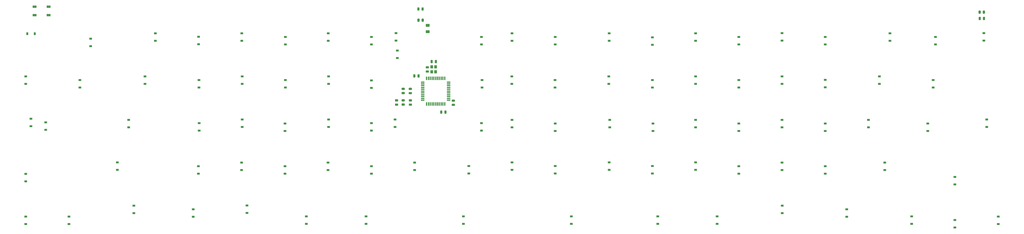
<source format=gbr>
%TF.GenerationSoftware,KiCad,Pcbnew,(5.1.6)-1*%
%TF.CreationDate,2020-07-09T10:41:52-04:00*%
%TF.ProjectId,railroad-keyboard-pcb-only,7261696c-726f-4616-942d-6b6579626f61,rev?*%
%TF.SameCoordinates,Original*%
%TF.FileFunction,Paste,Bot*%
%TF.FilePolarity,Positive*%
%FSLAX46Y46*%
G04 Gerber Fmt 4.6, Leading zero omitted, Abs format (unit mm)*
G04 Created by KiCad (PCBNEW (5.1.6)-1) date 2020-07-09 10:41:52*
%MOMM*%
%LPD*%
G01*
G04 APERTURE LIST*
%ADD10R,1.200000X0.900000*%
%ADD11R,1.800000X1.100000*%
%ADD12R,1.200000X1.400000*%
%ADD13R,0.550000X1.500000*%
%ADD14R,1.500000X0.550000*%
%ADD15R,0.900000X1.200000*%
G04 APERTURE END LIST*
D10*
%TO.C,D500*%
X20859750Y-290069000D03*
X20859750Y-293369000D03*
%TD*%
%TO.C,R8*%
G36*
G01*
X433128000Y-243637750D02*
X433128000Y-244550250D01*
G75*
G02*
X432884250Y-244794000I-243750J0D01*
G01*
X432396750Y-244794000D01*
G75*
G02*
X432153000Y-244550250I0J243750D01*
G01*
X432153000Y-243637750D01*
G75*
G02*
X432396750Y-243394000I243750J0D01*
G01*
X432884250Y-243394000D01*
G75*
G02*
X433128000Y-243637750I0J-243750D01*
G01*
G37*
G36*
G01*
X435003000Y-243637750D02*
X435003000Y-244550250D01*
G75*
G02*
X434759250Y-244794000I-243750J0D01*
G01*
X434271750Y-244794000D01*
G75*
G02*
X434028000Y-244550250I0J243750D01*
G01*
X434028000Y-243637750D01*
G75*
G02*
X434271750Y-243394000I243750J0D01*
G01*
X434759250Y-243394000D01*
G75*
G02*
X435003000Y-243637750I0J-243750D01*
G01*
G37*
%TD*%
%TO.C,R7*%
G36*
G01*
X433079500Y-240843750D02*
X433079500Y-241756250D01*
G75*
G02*
X432835750Y-242000000I-243750J0D01*
G01*
X432348250Y-242000000D01*
G75*
G02*
X432104500Y-241756250I0J243750D01*
G01*
X432104500Y-240843750D01*
G75*
G02*
X432348250Y-240600000I243750J0D01*
G01*
X432835750Y-240600000D01*
G75*
G02*
X433079500Y-240843750I0J-243750D01*
G01*
G37*
G36*
G01*
X434954500Y-240843750D02*
X434954500Y-241756250D01*
G75*
G02*
X434710750Y-242000000I-243750J0D01*
G01*
X434223250Y-242000000D01*
G75*
G02*
X433979500Y-241756250I0J243750D01*
G01*
X433979500Y-240843750D01*
G75*
G02*
X434223250Y-240600000I243750J0D01*
G01*
X434710750Y-240600000D01*
G75*
G02*
X434954500Y-240843750I0J-243750D01*
G01*
G37*
%TD*%
%TO.C,R6*%
G36*
G01*
X195718250Y-285039750D02*
X195718250Y-285952250D01*
G75*
G02*
X195474500Y-286196000I-243750J0D01*
G01*
X194987000Y-286196000D01*
G75*
G02*
X194743250Y-285952250I0J243750D01*
G01*
X194743250Y-285039750D01*
G75*
G02*
X194987000Y-284796000I243750J0D01*
G01*
X195474500Y-284796000D01*
G75*
G02*
X195718250Y-285039750I0J-243750D01*
G01*
G37*
G36*
G01*
X197593250Y-285039750D02*
X197593250Y-285952250D01*
G75*
G02*
X197349500Y-286196000I-243750J0D01*
G01*
X196862000Y-286196000D01*
G75*
G02*
X196618250Y-285952250I0J243750D01*
G01*
X196618250Y-285039750D01*
G75*
G02*
X196862000Y-284796000I243750J0D01*
G01*
X197349500Y-284796000D01*
G75*
G02*
X197593250Y-285039750I0J-243750D01*
G01*
G37*
%TD*%
%TO.C,R5*%
G36*
G01*
X185685250Y-244399750D02*
X185685250Y-245312250D01*
G75*
G02*
X185441500Y-245556000I-243750J0D01*
G01*
X184954000Y-245556000D01*
G75*
G02*
X184710250Y-245312250I0J243750D01*
G01*
X184710250Y-244399750D01*
G75*
G02*
X184954000Y-244156000I243750J0D01*
G01*
X185441500Y-244156000D01*
G75*
G02*
X185685250Y-244399750I0J-243750D01*
G01*
G37*
G36*
G01*
X187560250Y-244399750D02*
X187560250Y-245312250D01*
G75*
G02*
X187316500Y-245556000I-243750J0D01*
G01*
X186829000Y-245556000D01*
G75*
G02*
X186585250Y-245312250I0J243750D01*
G01*
X186585250Y-244399750D01*
G75*
G02*
X186829000Y-244156000I243750J0D01*
G01*
X187316500Y-244156000D01*
G75*
G02*
X187560250Y-244399750I0J-243750D01*
G01*
G37*
%TD*%
%TO.C,C8*%
G36*
G01*
X186536750Y-240359250D02*
X186536750Y-239446750D01*
G75*
G02*
X186780500Y-239203000I243750J0D01*
G01*
X187268000Y-239203000D01*
G75*
G02*
X187511750Y-239446750I0J-243750D01*
G01*
X187511750Y-240359250D01*
G75*
G02*
X187268000Y-240603000I-243750J0D01*
G01*
X186780500Y-240603000D01*
G75*
G02*
X186536750Y-240359250I0J243750D01*
G01*
G37*
G36*
G01*
X184661750Y-240359250D02*
X184661750Y-239446750D01*
G75*
G02*
X184905500Y-239203000I243750J0D01*
G01*
X185393000Y-239203000D01*
G75*
G02*
X185636750Y-239446750I0J-243750D01*
G01*
X185636750Y-240359250D01*
G75*
G02*
X185393000Y-240603000I-243750J0D01*
G01*
X184905500Y-240603000D01*
G75*
G02*
X184661750Y-240359250I0J243750D01*
G01*
G37*
%TD*%
%TO.C,C7*%
G36*
G01*
X176002000Y-280806500D02*
X175089500Y-280806500D01*
G75*
G02*
X174845750Y-280562750I0J243750D01*
G01*
X174845750Y-280075250D01*
G75*
G02*
X175089500Y-279831500I243750J0D01*
G01*
X176002000Y-279831500D01*
G75*
G02*
X176245750Y-280075250I0J-243750D01*
G01*
X176245750Y-280562750D01*
G75*
G02*
X176002000Y-280806500I-243750J0D01*
G01*
G37*
G36*
G01*
X176002000Y-282681500D02*
X175089500Y-282681500D01*
G75*
G02*
X174845750Y-282437750I0J243750D01*
G01*
X174845750Y-281950250D01*
G75*
G02*
X175089500Y-281706500I243750J0D01*
G01*
X176002000Y-281706500D01*
G75*
G02*
X176245750Y-281950250I0J-243750D01*
G01*
X176245750Y-282437750D01*
G75*
G02*
X176002000Y-282681500I-243750J0D01*
G01*
G37*
%TD*%
%TO.C,C6*%
G36*
G01*
X178010500Y-276596500D02*
X178923000Y-276596500D01*
G75*
G02*
X179166750Y-276840250I0J-243750D01*
G01*
X179166750Y-277327750D01*
G75*
G02*
X178923000Y-277571500I-243750J0D01*
G01*
X178010500Y-277571500D01*
G75*
G02*
X177766750Y-277327750I0J243750D01*
G01*
X177766750Y-276840250D01*
G75*
G02*
X178010500Y-276596500I243750J0D01*
G01*
G37*
G36*
G01*
X178010500Y-274721500D02*
X178923000Y-274721500D01*
G75*
G02*
X179166750Y-274965250I0J-243750D01*
G01*
X179166750Y-275452750D01*
G75*
G02*
X178923000Y-275696500I-243750J0D01*
G01*
X178010500Y-275696500D01*
G75*
G02*
X177766750Y-275452750I0J243750D01*
G01*
X177766750Y-274965250D01*
G75*
G02*
X178010500Y-274721500I243750J0D01*
G01*
G37*
%TD*%
%TO.C,C5*%
G36*
G01*
X182098000Y-280806500D02*
X181185500Y-280806500D01*
G75*
G02*
X180941750Y-280562750I0J243750D01*
G01*
X180941750Y-280075250D01*
G75*
G02*
X181185500Y-279831500I243750J0D01*
G01*
X182098000Y-279831500D01*
G75*
G02*
X182341750Y-280075250I0J-243750D01*
G01*
X182341750Y-280562750D01*
G75*
G02*
X182098000Y-280806500I-243750J0D01*
G01*
G37*
G36*
G01*
X182098000Y-282681500D02*
X181185500Y-282681500D01*
G75*
G02*
X180941750Y-282437750I0J243750D01*
G01*
X180941750Y-281950250D01*
G75*
G02*
X181185500Y-281706500I243750J0D01*
G01*
X182098000Y-281706500D01*
G75*
G02*
X182341750Y-281950250I0J-243750D01*
G01*
X182341750Y-282437750D01*
G75*
G02*
X182098000Y-282681500I-243750J0D01*
G01*
G37*
%TD*%
%TO.C,C4*%
G36*
G01*
X178923000Y-280776500D02*
X178010500Y-280776500D01*
G75*
G02*
X177766750Y-280532750I0J243750D01*
G01*
X177766750Y-280045250D01*
G75*
G02*
X178010500Y-279801500I243750J0D01*
G01*
X178923000Y-279801500D01*
G75*
G02*
X179166750Y-280045250I0J-243750D01*
G01*
X179166750Y-280532750D01*
G75*
G02*
X178923000Y-280776500I-243750J0D01*
G01*
G37*
G36*
G01*
X178923000Y-282651500D02*
X178010500Y-282651500D01*
G75*
G02*
X177766750Y-282407750I0J243750D01*
G01*
X177766750Y-281920250D01*
G75*
G02*
X178010500Y-281676500I243750J0D01*
G01*
X178923000Y-281676500D01*
G75*
G02*
X179166750Y-281920250I0J-243750D01*
G01*
X179166750Y-282407750D01*
G75*
G02*
X178923000Y-282651500I-243750J0D01*
G01*
G37*
%TD*%
%TO.C,C3*%
G36*
G01*
X181153750Y-276626500D02*
X182066250Y-276626500D01*
G75*
G02*
X182310000Y-276870250I0J-243750D01*
G01*
X182310000Y-277357750D01*
G75*
G02*
X182066250Y-277601500I-243750J0D01*
G01*
X181153750Y-277601500D01*
G75*
G02*
X180910000Y-277357750I0J243750D01*
G01*
X180910000Y-276870250D01*
G75*
G02*
X181153750Y-276626500I243750J0D01*
G01*
G37*
G36*
G01*
X181153750Y-274751500D02*
X182066250Y-274751500D01*
G75*
G02*
X182310000Y-274995250I0J-243750D01*
G01*
X182310000Y-275482750D01*
G75*
G02*
X182066250Y-275726500I-243750J0D01*
G01*
X181153750Y-275726500D01*
G75*
G02*
X180910000Y-275482750I0J243750D01*
G01*
X180910000Y-274995250D01*
G75*
G02*
X181153750Y-274751500I243750J0D01*
G01*
G37*
%TD*%
%TO.C,C2*%
G36*
G01*
X189559250Y-266171500D02*
X188646750Y-266171500D01*
G75*
G02*
X188403000Y-265927750I0J243750D01*
G01*
X188403000Y-265440250D01*
G75*
G02*
X188646750Y-265196500I243750J0D01*
G01*
X189559250Y-265196500D01*
G75*
G02*
X189803000Y-265440250I0J-243750D01*
G01*
X189803000Y-265927750D01*
G75*
G02*
X189559250Y-266171500I-243750J0D01*
G01*
G37*
G36*
G01*
X189559250Y-268046500D02*
X188646750Y-268046500D01*
G75*
G02*
X188403000Y-267802750I0J243750D01*
G01*
X188403000Y-267315250D01*
G75*
G02*
X188646750Y-267071500I243750J0D01*
G01*
X189559250Y-267071500D01*
G75*
G02*
X189803000Y-267315250I0J-243750D01*
G01*
X189803000Y-267802750D01*
G75*
G02*
X189559250Y-268046500I-243750J0D01*
G01*
G37*
%TD*%
%TO.C,C1*%
G36*
G01*
X191495500Y-262687750D02*
X191495500Y-263600250D01*
G75*
G02*
X191251750Y-263844000I-243750J0D01*
G01*
X190764250Y-263844000D01*
G75*
G02*
X190520500Y-263600250I0J243750D01*
G01*
X190520500Y-262687750D01*
G75*
G02*
X190764250Y-262444000I243750J0D01*
G01*
X191251750Y-262444000D01*
G75*
G02*
X191495500Y-262687750I0J-243750D01*
G01*
G37*
G36*
G01*
X193370500Y-262687750D02*
X193370500Y-263600250D01*
G75*
G02*
X193126750Y-263844000I-243750J0D01*
G01*
X192639250Y-263844000D01*
G75*
G02*
X192395500Y-263600250I0J243750D01*
G01*
X192395500Y-262687750D01*
G75*
G02*
X192639250Y-262444000I243750J0D01*
G01*
X193126750Y-262444000D01*
G75*
G02*
X193370500Y-262687750I0J-243750D01*
G01*
G37*
%TD*%
%TO.C,F1*%
G36*
G01*
X189886750Y-247767000D02*
X188636750Y-247767000D01*
G75*
G02*
X188386750Y-247517000I0J250000D01*
G01*
X188386750Y-246767000D01*
G75*
G02*
X188636750Y-246517000I250000J0D01*
G01*
X189886750Y-246517000D01*
G75*
G02*
X190136750Y-246767000I0J-250000D01*
G01*
X190136750Y-247517000D01*
G75*
G02*
X189886750Y-247767000I-250000J0D01*
G01*
G37*
G36*
G01*
X189886750Y-250567000D02*
X188636750Y-250567000D01*
G75*
G02*
X188386750Y-250317000I0J250000D01*
G01*
X188386750Y-249567000D01*
G75*
G02*
X188636750Y-249317000I250000J0D01*
G01*
X189886750Y-249317000D01*
G75*
G02*
X190136750Y-249567000I0J-250000D01*
G01*
X190136750Y-250317000D01*
G75*
G02*
X189886750Y-250567000I-250000J0D01*
G01*
G37*
%TD*%
D11*
%TO.C,SW1*%
X15950000Y-238942000D03*
X22150000Y-242642000D03*
X15950000Y-242642000D03*
X22150000Y-238942000D03*
%TD*%
D12*
%TO.C,Y1*%
X191047000Y-265473000D03*
X191047000Y-267673000D03*
X192747000Y-267673000D03*
X192747000Y-265473000D03*
%TD*%
D13*
%TO.C,U1*%
X188786000Y-281925000D03*
X189586000Y-281925000D03*
X190386000Y-281925000D03*
X191186000Y-281925000D03*
X191986000Y-281925000D03*
X192786000Y-281925000D03*
X193586000Y-281925000D03*
X194386000Y-281925000D03*
X195186000Y-281925000D03*
X195986000Y-281925000D03*
X196786000Y-281925000D03*
D14*
X198486000Y-280225000D03*
X198486000Y-279425000D03*
X198486000Y-278625000D03*
X198486000Y-277825000D03*
X198486000Y-277025000D03*
X198486000Y-276225000D03*
X198486000Y-275425000D03*
X198486000Y-274625000D03*
X198486000Y-273825000D03*
X198486000Y-273025000D03*
X198486000Y-272225000D03*
D13*
X196786000Y-270525000D03*
X195986000Y-270525000D03*
X195186000Y-270525000D03*
X194386000Y-270525000D03*
X193586000Y-270525000D03*
X192786000Y-270525000D03*
X191986000Y-270525000D03*
X191186000Y-270525000D03*
X190386000Y-270525000D03*
X189586000Y-270525000D03*
X188786000Y-270525000D03*
D14*
X187086000Y-272225000D03*
X187086000Y-273025000D03*
X187086000Y-273825000D03*
X187086000Y-274625000D03*
X187086000Y-275425000D03*
X187086000Y-276225000D03*
X187086000Y-277025000D03*
X187086000Y-277825000D03*
X187086000Y-278625000D03*
X187086000Y-279425000D03*
X187086000Y-280225000D03*
%TD*%
%TO.C,R4*%
G36*
G01*
X201021000Y-280903500D02*
X200108500Y-280903500D01*
G75*
G02*
X199864750Y-280659750I0J243750D01*
G01*
X199864750Y-280172250D01*
G75*
G02*
X200108500Y-279928500I243750J0D01*
G01*
X201021000Y-279928500D01*
G75*
G02*
X201264750Y-280172250I0J-243750D01*
G01*
X201264750Y-280659750D01*
G75*
G02*
X201021000Y-280903500I-243750J0D01*
G01*
G37*
G36*
G01*
X201021000Y-282778500D02*
X200108500Y-282778500D01*
G75*
G02*
X199864750Y-282534750I0J243750D01*
G01*
X199864750Y-282047250D01*
G75*
G02*
X200108500Y-281803500I243750J0D01*
G01*
X201021000Y-281803500D01*
G75*
G02*
X201264750Y-282047250I0J-243750D01*
G01*
X201264750Y-282534750D01*
G75*
G02*
X201021000Y-282778500I-243750J0D01*
G01*
G37*
%TD*%
%TO.C,R1*%
G36*
G01*
X184758750Y-269950250D02*
X184758750Y-269037750D01*
G75*
G02*
X185002500Y-268794000I243750J0D01*
G01*
X185490000Y-268794000D01*
G75*
G02*
X185733750Y-269037750I0J-243750D01*
G01*
X185733750Y-269950250D01*
G75*
G02*
X185490000Y-270194000I-243750J0D01*
G01*
X185002500Y-270194000D01*
G75*
G02*
X184758750Y-269950250I0J243750D01*
G01*
G37*
G36*
G01*
X182883750Y-269950250D02*
X182883750Y-269037750D01*
G75*
G02*
X183127500Y-268794000I243750J0D01*
G01*
X183615000Y-268794000D01*
G75*
G02*
X183858750Y-269037750I0J-243750D01*
G01*
X183858750Y-269950250D01*
G75*
G02*
X183615000Y-270194000I-243750J0D01*
G01*
X183127500Y-270194000D01*
G75*
G02*
X182883750Y-269950250I0J243750D01*
G01*
G37*
%TD*%
D10*
%TO.C,D909*%
X421640000Y-333185500D03*
X421640000Y-336485500D03*
%TD*%
%TO.C,D908*%
X374015000Y-328487500D03*
X374015000Y-331787500D03*
%TD*%
%TO.C,D907*%
X316865000Y-331598000D03*
X316865000Y-334898000D03*
%TD*%
%TO.C,D906*%
X290703000Y-331598000D03*
X290703000Y-334898000D03*
%TD*%
%TO.C,D905*%
X252603000Y-331598000D03*
X252603000Y-334898000D03*
%TD*%
%TO.C,D904*%
X204978000Y-331598000D03*
X204978000Y-334898000D03*
%TD*%
%TO.C,D903*%
X162083750Y-331598000D03*
X162083750Y-334898000D03*
%TD*%
%TO.C,D902*%
X135794750Y-331597000D03*
X135794750Y-334897000D03*
%TD*%
%TO.C,D901*%
X85852000Y-328487500D03*
X85852000Y-331787500D03*
%TD*%
%TO.C,D900*%
X31115000Y-331724000D03*
X31115000Y-335024000D03*
%TD*%
%TO.C,D810*%
X440817000Y-331725000D03*
X440817000Y-335025000D03*
%TD*%
%TO.C,D809*%
X402590000Y-331598000D03*
X402590000Y-334898000D03*
%TD*%
%TO.C,D808*%
X345567000Y-326899000D03*
X345567000Y-330199000D03*
%TD*%
%TO.C,D802*%
X109632750Y-326771000D03*
X109632750Y-330071000D03*
%TD*%
%TO.C,D801*%
X59690000Y-326899000D03*
X59690000Y-330199000D03*
%TD*%
%TO.C,D800*%
X12065000Y-331725000D03*
X12065000Y-335025000D03*
%TD*%
%TO.C,D709*%
X421640000Y-314136500D03*
X421640000Y-317436500D03*
%TD*%
%TO.C,D708*%
X364490000Y-309436500D03*
X364490000Y-312736500D03*
%TD*%
%TO.C,D707*%
X326390000Y-309436500D03*
X326390000Y-312736500D03*
%TD*%
%TO.C,D706*%
X288290000Y-309309500D03*
X288290000Y-312609500D03*
%TD*%
%TO.C,D705*%
X245491000Y-309309500D03*
X245491000Y-312609500D03*
%TD*%
%TO.C,D704*%
X207391000Y-309309500D03*
X207391000Y-312609500D03*
%TD*%
%TO.C,D703*%
X164496750Y-309436500D03*
X164496750Y-312736500D03*
%TD*%
%TO.C,D702*%
X126396750Y-309436500D03*
X126396750Y-312736500D03*
%TD*%
%TO.C,D701*%
X88138000Y-309436500D03*
X88138000Y-312736500D03*
%TD*%
%TO.C,D609*%
X390779000Y-307849000D03*
X390779000Y-311149000D03*
%TD*%
%TO.C,D608*%
X345440000Y-307849000D03*
X345440000Y-311149000D03*
%TD*%
%TO.C,D607*%
X307340000Y-307722000D03*
X307340000Y-311022000D03*
%TD*%
%TO.C,D606*%
X269240000Y-307722000D03*
X269240000Y-311022000D03*
%TD*%
%TO.C,D605*%
X226441000Y-307722000D03*
X226441000Y-311022000D03*
%TD*%
%TO.C,D604*%
X183515000Y-307850000D03*
X183515000Y-311150000D03*
%TD*%
%TO.C,D603*%
X145288000Y-307849000D03*
X145288000Y-311149000D03*
%TD*%
%TO.C,D602*%
X107219750Y-307849000D03*
X107219750Y-311149000D03*
%TD*%
%TO.C,D601*%
X52451000Y-307722000D03*
X52451000Y-311022000D03*
%TD*%
%TO.C,D600*%
X12065000Y-312803000D03*
X12065000Y-316103000D03*
%TD*%
%TO.C,D509*%
X409702000Y-290512500D03*
X409702000Y-293812500D03*
%TD*%
%TO.C,D508*%
X364490000Y-290513500D03*
X364490000Y-293813500D03*
%TD*%
%TO.C,D507*%
X326390000Y-290513500D03*
X326390000Y-293813500D03*
%TD*%
%TO.C,D506*%
X288544000Y-290513500D03*
X288544000Y-293813500D03*
%TD*%
%TO.C,D505*%
X245491000Y-290513500D03*
X245491000Y-293813500D03*
%TD*%
%TO.C,D504*%
X212979000Y-290387500D03*
X212979000Y-293687500D03*
%TD*%
%TO.C,D503*%
X164465000Y-290386500D03*
X164465000Y-293686500D03*
%TD*%
%TO.C,D502*%
X126396750Y-290513500D03*
X126396750Y-293813500D03*
%TD*%
%TO.C,D501*%
X88519000Y-290386500D03*
X88519000Y-293686500D03*
%TD*%
%TO.C,D410*%
X435768750Y-288798000D03*
X435768750Y-292098000D03*
%TD*%
%TO.C,D409*%
X383540000Y-288926000D03*
X383540000Y-292226000D03*
%TD*%
%TO.C,D408*%
X345440000Y-288926000D03*
X345440000Y-292226000D03*
%TD*%
%TO.C,D407*%
X307340000Y-288926000D03*
X307340000Y-292226000D03*
%TD*%
%TO.C,D406*%
X269494000Y-288926000D03*
X269494000Y-292226000D03*
%TD*%
%TO.C,D405*%
X226441000Y-288926000D03*
X226441000Y-292226000D03*
%TD*%
%TO.C,D404*%
X174879000Y-288800000D03*
X174879000Y-292100000D03*
%TD*%
%TO.C,D403*%
X145542000Y-288799000D03*
X145542000Y-292099000D03*
%TD*%
%TO.C,D402*%
X107442000Y-288799000D03*
X107442000Y-292099000D03*
%TD*%
%TO.C,D401*%
X57404000Y-288927000D03*
X57404000Y-292227000D03*
%TD*%
%TO.C,D400*%
X14351000Y-288418000D03*
X14351000Y-291718000D03*
%TD*%
%TO.C,D309*%
X412115000Y-271336500D03*
X412115000Y-274636500D03*
%TD*%
%TO.C,D308*%
X364490000Y-271209500D03*
X364490000Y-274509500D03*
%TD*%
%TO.C,D307*%
X326390000Y-271336500D03*
X326390000Y-274636500D03*
%TD*%
%TO.C,D306*%
X288290000Y-271336500D03*
X288290000Y-274636500D03*
%TD*%
%TO.C,D305*%
X245364000Y-271336500D03*
X245364000Y-274636500D03*
%TD*%
%TO.C,D304*%
X213233000Y-271337500D03*
X213233000Y-274637500D03*
%TD*%
%TO.C,D303*%
X164465000Y-271464500D03*
X164465000Y-274764500D03*
%TD*%
%TO.C,D302*%
X126492000Y-271336500D03*
X126492000Y-274636500D03*
%TD*%
%TO.C,D301*%
X88392000Y-271336500D03*
X88392000Y-274636500D03*
%TD*%
%TO.C,D300*%
X35941000Y-271336500D03*
X35941000Y-274636500D03*
%TD*%
%TO.C,D209*%
X388366000Y-269749000D03*
X388366000Y-273049000D03*
%TD*%
%TO.C,D208*%
X345440000Y-269749000D03*
X345440000Y-273049000D03*
%TD*%
%TO.C,D207*%
X307340000Y-269749000D03*
X307340000Y-273049000D03*
%TD*%
%TO.C,D206*%
X269113000Y-269749000D03*
X269113000Y-273049000D03*
%TD*%
%TO.C,D205*%
X226314000Y-269749000D03*
X226314000Y-273049000D03*
%TD*%
%TO.C,D204*%
X175897000Y-261620000D03*
X175897000Y-258320000D03*
%TD*%
%TO.C,D203*%
X145542000Y-269749000D03*
X145542000Y-273049000D03*
%TD*%
%TO.C,D202*%
X107442000Y-269749000D03*
X107442000Y-273049000D03*
%TD*%
%TO.C,D201*%
X64643000Y-269749000D03*
X64643000Y-273049000D03*
%TD*%
%TO.C,D200*%
X12065000Y-269749000D03*
X12065000Y-273049000D03*
%TD*%
%TO.C,D109*%
X413131000Y-252285500D03*
X413131000Y-255585500D03*
%TD*%
%TO.C,D108*%
X364490000Y-252287500D03*
X364490000Y-255587500D03*
%TD*%
%TO.C,D107*%
X326390000Y-252285500D03*
X326390000Y-255585500D03*
%TD*%
%TO.C,D106*%
X288290000Y-252412500D03*
X288290000Y-255712500D03*
%TD*%
%TO.C,D105*%
X245491000Y-252285500D03*
X245491000Y-255585500D03*
%TD*%
%TO.C,D104*%
X212979000Y-252286500D03*
X212979000Y-255586500D03*
%TD*%
%TO.C,D103*%
X164465000Y-252287500D03*
X164465000Y-255587500D03*
%TD*%
%TO.C,D102*%
X126492000Y-252286500D03*
X126492000Y-255586500D03*
%TD*%
%TO.C,D101*%
X88265000Y-252159500D03*
X88265000Y-255459500D03*
%TD*%
%TO.C,D100*%
X40640000Y-253081250D03*
X40640000Y-256381250D03*
%TD*%
%TO.C,D10*%
X434467000Y-250572000D03*
X434467000Y-253872000D03*
%TD*%
%TO.C,D9*%
X393065000Y-250698000D03*
X393065000Y-253998000D03*
%TD*%
%TO.C,D8*%
X345440000Y-250571000D03*
X345440000Y-253871000D03*
%TD*%
%TO.C,D7*%
X307340000Y-250698000D03*
X307340000Y-253998000D03*
%TD*%
%TO.C,D6*%
X269240000Y-250699000D03*
X269240000Y-253999000D03*
%TD*%
%TO.C,D5*%
X226441000Y-250698000D03*
X226441000Y-253998000D03*
%TD*%
%TO.C,D4*%
X175260000Y-250573000D03*
X175260000Y-253873000D03*
%TD*%
%TO.C,D3*%
X145415000Y-250699000D03*
X145415000Y-253999000D03*
%TD*%
%TO.C,D2*%
X107315000Y-250699000D03*
X107315000Y-253999000D03*
%TD*%
%TO.C,D1*%
X69215000Y-250698000D03*
X69215000Y-253998000D03*
%TD*%
D15*
%TO.C,D0*%
X12700000Y-250825000D03*
X16000000Y-250825000D03*
%TD*%
M02*

</source>
